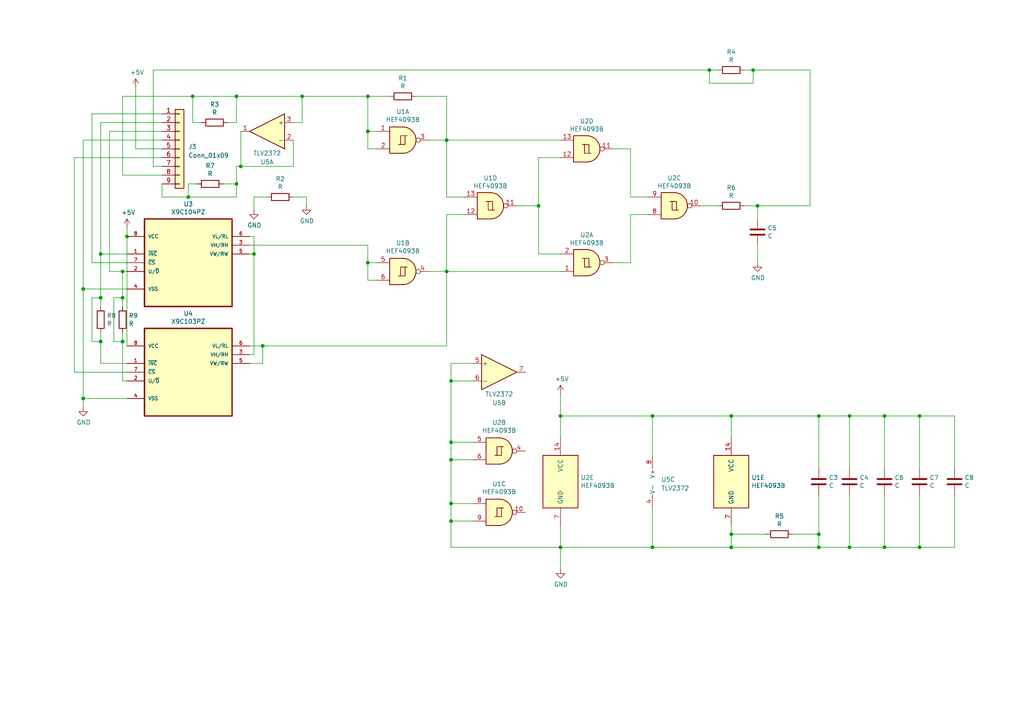
<source format=kicad_sch>
(kicad_sch (version 20230121) (generator eeschema)
  (paper "A4")
  (lib_symbols
    (symbol "4xxx:HEF4093B" (pin_names (offset 1.016))
      (property "Reference" "U" (at 0 1.27 0))
      (property "Value" "HEF4093B" (at 0 -1.27 0))
      (symbol "HEF4093B_1_0"
        (polyline (pts (xy -0.635 -1.27) (xy -0.635 1.27) (xy 0.635 1.27)))
        (polyline (pts (xy -0.635 -1.27) (xy -0.635 1.27) (xy 0.635 1.27)))
        (polyline (pts (xy -1.27 -1.27) (xy 0.635 -1.27) (xy 0.635 1.27) (xy 1.27 1.27)))
        (polyline (pts (xy -1.27 -1.27) (xy 0.635 -1.27) (xy 0.635 1.27) (xy 1.27 1.27)))
      )
      (symbol "HEF4093B_1_1"
        (arc (start 0 -3.81) (mid 3.7934 0) (end 0 3.81) (stroke (width 0.254)) (fill (type background)))
        (polyline (pts (xy 0 3.81) (xy -3.81 3.81) (xy -3.81 -3.81) (xy 0 -3.81)) (stroke (width 0.254)) (fill (type background)))
        (pin input line (at -7.62 2.54 0) (length 3.81) (name "~") (number "1"))
        (pin input line (at -7.62 -2.54 0) (length 3.81) (name "~") (number "2"))
        (pin output inverted (at 7.62 0 180) (length 3.81) (name "~") (number "3"))
      )
      (symbol "HEF4093B_1_2"
        (arc (start -3.81 -3.81) (mid -2.589 0) (end -3.81 3.81) (stroke (width 0.254)))
        (arc (start -0.6096 -3.81) (mid 2.1842 -2.5851) (end 3.81 0) (stroke (width 0.254)) (fill (type background)))
        (polyline (pts (xy -3.81 -3.81) (xy -0.635 -3.81)) (stroke (width 0.254)) (fill (type background)))
        (polyline (pts (xy -3.81 3.81) (xy -0.635 3.81)) (stroke (width 0.254)) (fill (type background)))
        (polyline (pts (xy -0.635 3.81) (xy -3.81 3.81) (xy -3.81 3.81) (xy -3.556 3.4036) (xy -3.0226 2.2606) (xy -2.6924 1.0414) (xy -2.6162 -0.254) (xy -2.7686 -1.4986) (xy -3.175 -2.7178) (xy -3.81 -3.81) (xy -3.81 -3.81) (xy -0.635 -3.81)) (stroke (width -25.4)) (fill (type background)))
        (arc (start 3.81 0) (mid 2.1915 2.5936) (end -0.6096 3.81) (stroke (width 0.254)) (fill (type background)))
        (pin input inverted (at -7.62 2.54 0) (length 4.318) (name "~") (number "1"))
        (pin input inverted (at -7.62 -2.54 0) (length 4.318) (name "~") (number "2"))
        (pin output line (at 7.62 0 180) (length 3.81) (name "~") (number "3"))
      )
      (symbol "HEF4093B_2_0"
        (polyline (pts (xy -0.635 -1.27) (xy -0.635 1.27) (xy 0.635 1.27)))
        (polyline (pts (xy -0.635 -1.27) (xy -0.635 1.27) (xy 0.635 1.27)))
        (polyline (pts (xy -1.27 -1.27) (xy 0.635 -1.27) (xy 0.635 1.27) (xy 1.27 1.27)))
        (polyline (pts (xy -1.27 -1.27) (xy 0.635 -1.27) (xy 0.635 1.27) (xy 1.27 1.27)))
      )
      (symbol "HEF4093B_2_1"
        (arc (start 0 -3.81) (mid 3.7934 0) (end 0 3.81) (stroke (width 0.254)) (fill (type background)))
        (polyline (pts (xy 0 3.81) (xy -3.81 3.81) (xy -3.81 -3.81) (xy 0 -3.81)) (stroke (width 0.254)) (fill (type background)))
        (pin output inverted (at 7.62 0 180) (length 3.81) (name "~") (number "4"))
        (pin input line (at -7.62 2.54 0) (length 3.81) (name "~") (number "5"))
        (pin input line (at -7.62 -2.54 0) (length 3.81) (name "~") (number "6"))
      )
      (symbol "HEF4093B_2_2"
        (arc (start -3.81 -3.81) (mid -2.589 0) (end -3.81 3.81) (stroke (width 0.254)))
        (arc (start -0.6096 -3.81) (mid 2.1842 -2.5851) (end 3.81 0) (stroke (width 0.254)) (fill (type background)))
        (polyline (pts (xy -3.81 -3.81) (xy -0.635 -3.81)) (stroke (width 0.254)) (fill (type background)))
        (polyline (pts (xy -3.81 3.81) (xy -0.635 3.81)) (stroke (width 0.254)) (fill (type background)))
        (polyline (pts (xy -0.635 3.81) (xy -3.81 3.81) (xy -3.81 3.81) (xy -3.556 3.4036) (xy -3.0226 2.2606) (xy -2.6924 1.0414) (xy -2.6162 -0.254) (xy -2.7686 -1.4986) (xy -3.175 -2.7178) (xy -3.81 -3.81) (xy -3.81 -3.81) (xy -0.635 -3.81)) (stroke (width -25.4)) (fill (type background)))
        (arc (start 3.81 0) (mid 2.1915 2.5936) (end -0.6096 3.81) (stroke (width 0.254)) (fill (type background)))
        (pin output line (at 7.62 0 180) (length 3.81) (name "~") (number "4"))
        (pin input inverted (at -7.62 2.54 0) (length 4.318) (name "~") (number "5"))
        (pin input inverted (at -7.62 -2.54 0) (length 4.318) (name "~") (number "6"))
      )
      (symbol "HEF4093B_3_0"
        (polyline (pts (xy -0.635 -1.27) (xy -0.635 1.27) (xy 0.635 1.27)))
        (polyline (pts (xy -0.635 -1.27) (xy -0.635 1.27) (xy 0.635 1.27)))
        (polyline (pts (xy -1.27 -1.27) (xy 0.635 -1.27) (xy 0.635 1.27) (xy 1.27 1.27)))
        (polyline (pts (xy -1.27 -1.27) (xy 0.635 -1.27) (xy 0.635 1.27) (xy 1.27 1.27)))
      )
      (symbol "HEF4093B_3_1"
        (arc (start 0 -3.81) (mid 3.7934 0) (end 0 3.81) (stroke (width 0.254)) (fill (type background)))
        (polyline (pts (xy 0 3.81) (xy -3.81 3.81) (xy -3.81 -3.81) (xy 0 -3.81)) (stroke (width 0.254)) (fill (type background)))
        (pin output inverted (at 7.62 0 180) (length 3.81) (name "~") (number "10"))
        (pin input line (at -7.62 2.54 0) (length 3.81) (name "~") (number "8"))
        (pin input line (at -7.62 -2.54 0) (length 3.81) (name "~") (number "9"))
      )
      (symbol "HEF4093B_3_2"
        (arc (start -3.81 -3.81) (mid -2.589 0) (end -3.81 3.81) (stroke (width 0.254)))
        (arc (start -0.6096 -3.81) (mid 2.1842 -2.5851) (end 3.81 0) (stroke (width 0.254)) (fill (type background)))
        (polyline (pts (xy -3.81 -3.81) (xy -0.635 -3.81)) (stroke (width 0.254)) (fill (type background)))
        (polyline (pts (xy -3.81 3.81) (xy -0.635 3.81)) (stroke (width 0.254)) (fill (type background)))
        (polyline (pts (xy -0.635 3.81) (xy -3.81 3.81) (xy -3.81 3.81) (xy -3.556 3.4036) (xy -3.0226 2.2606) (xy -2.6924 1.0414) (xy -2.6162 -0.254) (xy -2.7686 -1.4986) (xy -3.175 -2.7178) (xy -3.81 -3.81) (xy -3.81 -3.81) (xy -0.635 -3.81)) (stroke (width -25.4)) (fill (type background)))
        (arc (start 3.81 0) (mid 2.1915 2.5936) (end -0.6096 3.81) (stroke (width 0.254)) (fill (type background)))
        (pin output line (at 7.62 0 180) (length 3.81) (name "~") (number "10"))
        (pin input inverted (at -7.62 2.54 0) (length 4.318) (name "~") (number "8"))
        (pin input inverted (at -7.62 -2.54 0) (length 4.318) (name "~") (number "9"))
      )
      (symbol "HEF4093B_4_0"
        (polyline (pts (xy -0.635 -1.27) (xy -0.635 1.27) (xy 0.635 1.27)))
        (polyline (pts (xy -0.635 -1.27) (xy -0.635 1.27) (xy 0.635 1.27)))
        (polyline (pts (xy -1.27 -1.27) (xy 0.635 -1.27) (xy 0.635 1.27) (xy 1.27 1.27)))
        (polyline (pts (xy -1.27 -1.27) (xy 0.635 -1.27) (xy 0.635 1.27) (xy 1.27 1.27)))
      )
      (symbol "HEF4093B_4_1"
        (arc (start 0 -3.81) (mid 3.7934 0) (end 0 3.81) (stroke (width 0.254)) (fill (type background)))
        (polyline (pts (xy 0 3.81) (xy -3.81 3.81) (xy -3.81 -3.81) (xy 0 -3.81)) (stroke (width 0.254)) (fill (type background)))
        (pin output inverted (at 7.62 0 180) (length 3.81) (name "~") (number "11"))
        (pin input line (at -7.62 2.54 0) (length 3.81) (name "~") (number "12"))
        (pin input line (at -7.62 -2.54 0) (length 3.81) (name "~") (number "13"))
      )
      (symbol "HEF4093B_4_2"
        (arc (start -3.81 -3.81) (mid -2.589 0) (end -3.81 3.81) (stroke (width 0.254)))
        (arc (start -0.6096 -3.81) (mid 2.1842 -2.5851) (end 3.81 0) (stroke (width 0.254)) (fill (type background)))
        (polyline (pts (xy -3.81 -3.81) (xy -0.635 -3.81)) (stroke (width 0.254)) (fill (type background)))
        (polyline (pts (xy -3.81 3.81) (xy -0.635 3.81)) (stroke (width 0.254)) (fill (type background)))
        (polyline (pts (xy -0.635 3.81) (xy -3.81 3.81) (xy -3.81 3.81) (xy -3.556 3.4036) (xy -3.0226 2.2606) (xy -2.6924 1.0414) (xy -2.6162 -0.254) (xy -2.7686 -1.4986) (xy -3.175 -2.7178) (xy -3.81 -3.81) (xy -3.81 -3.81) (xy -0.635 -3.81)) (stroke (width -25.4)) (fill (type background)))
        (arc (start 3.81 0) (mid 2.1915 2.5936) (end -0.6096 3.81) (stroke (width 0.254)) (fill (type background)))
        (pin output line (at 7.62 0 180) (length 3.81) (name "~") (number "11"))
        (pin input inverted (at -7.62 2.54 0) (length 4.318) (name "~") (number "12"))
        (pin input inverted (at -7.62 -2.54 0) (length 4.318) (name "~") (number "13"))
      )
      (symbol "HEF4093B_5_0"
        (pin power_in line (at 0 12.7 270) (length 5.08) (name "VCC") (number "14"))
        (pin power_in line (at 0 -12.7 90) (length 5.08) (name "GND") (number "7"))
      )
      (symbol "HEF4093B_5_1"
        (rectangle (start -5.08 7.62) (end 5.08 -7.62) (stroke (width 0.254)) (fill (type background)))
      )
    )
    (symbol "Amplifier_Operational:TLV2372" (pin_names (offset 0.127))
      (property "Reference" "U" (at 0 5.08 0))
      (property "Value" "TLV2372" (at 0 -5.08 0))
      (symbol "TLV2372_1_1"
        (polyline (pts (xy -5.08 5.08) (xy 5.08 0) (xy -5.08 -5.08) (xy -5.08 5.08)) (stroke (width 0.254)) (fill (type background)))
        (pin output line (at 7.62 0 180) (length 2.54) (name "~") (number "1"))
        (pin input line (at -7.62 -2.54 0) (length 2.54) (name "-") (number "2"))
        (pin input line (at -7.62 2.54 0) (length 2.54) (name "+") (number "3"))
      )
      (symbol "TLV2372_2_1"
        (polyline (pts (xy -5.08 5.08) (xy 5.08 0) (xy -5.08 -5.08) (xy -5.08 5.08)) (stroke (width 0.254)) (fill (type background)))
        (pin input line (at -7.62 2.54 0) (length 2.54) (name "+") (number "5"))
        (pin input line (at -7.62 -2.54 0) (length 2.54) (name "-") (number "6"))
        (pin output line (at 7.62 0 180) (length 2.54) (name "~") (number "7"))
      )
      (symbol "TLV2372_3_1"
        (pin power_in line (at -2.54 -7.62 90) (length 3.81) (name "V-") (number "4"))
        (pin power_in line (at -2.54 7.62 270) (length 3.81) (name "V+") (number "8"))
      )
    )
    (symbol "Connector_Generic:Conn_01x09" (pin_names (offset 1.016) hide)
      (property "Reference" "J" (at 0 12.7 0))
      (property "Value" "Conn_01x09" (at 0 -12.7 0))
      (symbol "Conn_01x09_1_1"
        (rectangle (start -1.27 -10.033) (end 0 -10.287) (stroke (width 0.1524)))
        (rectangle (start -1.27 -7.493) (end 0 -7.747) (stroke (width 0.1524)))
        (rectangle (start -1.27 -4.953) (end 0 -5.207) (stroke (width 0.1524)))
        (rectangle (start -1.27 -2.413) (end 0 -2.667) (stroke (width 0.1524)))
        (rectangle (start -1.27 0.127) (end 0 -0.127) (stroke (width 0.1524)))
        (rectangle (start -1.27 2.667) (end 0 2.413) (stroke (width 0.1524)))
        (rectangle (start -1.27 5.207) (end 0 4.953) (stroke (width 0.1524)))
        (rectangle (start -1.27 7.747) (end 0 7.493) (stroke (width 0.1524)))
        (rectangle (start -1.27 10.287) (end 0 10.033) (stroke (width 0.1524)))
        (rectangle (start -1.27 11.43) (end 1.27 -11.43) (stroke (width 0.254)) (fill (type background)))
        (pin passive line (at -5.08 10.16 0) (length 3.81) (name "Pin_1") (number "1"))
        (pin passive line (at -5.08 7.62 0) (length 3.81) (name "Pin_2") (number "2"))
        (pin passive line (at -5.08 5.08 0) (length 3.81) (name "Pin_3") (number "3"))
        (pin passive line (at -5.08 2.54 0) (length 3.81) (name "Pin_4") (number "4"))
        (pin passive line (at -5.08 0 0) (length 3.81) (name "Pin_5") (number "5"))
        (pin passive line (at -5.08 -2.54 0) (length 3.81) (name "Pin_6") (number "6"))
        (pin passive line (at -5.08 -5.08 0) (length 3.81) (name "Pin_7") (number "7"))
        (pin passive line (at -5.08 -7.62 0) (length 3.81) (name "Pin_8") (number "8"))
        (pin passive line (at -5.08 -10.16 0) (length 3.81) (name "Pin_9") (number "9"))
      )
    )
    (symbol "Device:C" (pin_numbers hide) (pin_names (offset 0.254))
      (property "Reference" "C" (at 0.635 2.54 0))
      (property "Value" "C" (at 0.635 -2.54 0))
      (symbol "C_0_1"
        (polyline (pts (xy -2.032 -0.762) (xy 2.032 -0.762)) (stroke (width 0.508)))
        (polyline (pts (xy -2.032 0.762) (xy 2.032 0.762)) (stroke (width 0.508)))
      )
      (symbol "C_1_1"
        (pin passive line (at 0 3.81 270) (length 2.794) (name "~") (number "1"))
        (pin passive line (at 0 -3.81 90) (length 2.794) (name "~") (number "2"))
      )
    )
    (symbol "Device:R" (pin_numbers hide) (pin_names (offset 0))
      (property "Reference" "R" (at 2.032 0 90))
      (property "Value" "R" (at 0 0 90))
      (symbol "R_0_1"
        (rectangle (start -1.016 -2.54) (end 1.016 2.54) (stroke (width 0.254)))
      )
      (symbol "R_1_1"
        (pin passive line (at 0 3.81 270) (length 1.27) (name "~") (number "1"))
        (pin passive line (at 0 -3.81 90) (length 1.27) (name "~") (number "2"))
      )
    )
    (symbol "Theremin_v1_2dp-rescue:X9C102PZ-X9C102PZ" (pin_names (offset 1.016))
      (property "Reference" "U" (at -6.0198 12.6238 0))
      (property "Value" "X9C102PZ_X9C102PZ" (at -2.794 -19.8882 0))
      (symbol "X9C102PZ-X9C102PZ_0_0"
        (rectangle (start -12.7 -15.24) (end 12.7 10.16) (stroke (width 0.4064)) (fill (type background)))
        (pin input line (at -17.78 0 0) (length 5.08) (name "~{INC}") (number "1"))
        (pin input line (at -17.78 -5.08 0) (length 5.08) (name "U/~{D}") (number "2"))
        (pin passive line (at 17.78 2.54 180) (length 5.08) (name "VH/RH") (number "3"))
        (pin passive line (at -17.78 -10.16 0) (length 5.08) (name "VSS") (number "4"))
        (pin passive line (at 17.78 0 180) (length 5.08) (name "VW/RW") (number "5"))
        (pin passive line (at 17.78 5.08 180) (length 5.08) (name "VL/RL") (number "6"))
        (pin input line (at -17.78 -2.54 0) (length 5.08) (name "~{CS}") (number "7"))
        (pin power_in line (at -17.78 5.08 0) (length 5.08) (name "VCC") (number "8"))
      )
    )
    (symbol "power:+5V" (power) (pin_names (offset 0))
      (property "Value" "+5V" (at 0 3.556 0))
      (symbol "+5V_0_1"
        (polyline (pts (xy -0.762 1.27) (xy 0 2.54)))
        (polyline (pts (xy 0 0) (xy 0 2.54)))
        (polyline (pts (xy 0 2.54) (xy 0.762 1.27)))
      )
      (symbol "+5V_1_1"
        (pin power_in line (at 0 0 90) (length 0) hide (name "+5V") (number "1"))
      )
    )
    (symbol "power:GND" (power) (pin_names (offset 0))
      (property "Value" "GND" (at 0 -3.81 0))
      (symbol "GND_0_1"
        (polyline (pts (xy 0 0) (xy 0 -1.27) (xy 1.27 -1.27) (xy 0 -2.54) (xy -1.27 -1.27) (xy 0 -1.27)))
      )
      (symbol "GND_1_1"
        (pin power_in line (at 0 0 270) (length 0) hide (name "GND") (number "1"))
      )
    )
  )
  (junction (at 106.68 38.1))
  (junction (at 237.49 120.65))
  (junction (at 29.21 73.66))
  (junction (at 237.49 158.75))
  (junction (at 29.21 86.36))
  (junction (at 55.88 27.94))
  (junction (at 24.13 115.57))
  (junction (at 54.61 57.15))
  (junction (at 246.38 158.75))
  (junction (at 29.21 99.06))
  (junction (at 35.56 78.74))
  (junction (at 130.81 151.13))
  (junction (at 219.71 59.69))
  (junction (at 162.56 158.75))
  (junction (at 36.83 68.58))
  (junction (at 266.7 120.65))
  (junction (at 87.63 27.94))
  (junction (at 106.68 76.2))
  (junction (at 129.54 78.74))
  (junction (at 246.38 120.65))
  (junction (at 68.58 53.34))
  (junction (at 35.56 86.36))
  (junction (at 162.56 120.65))
  (junction (at 205.74 20.32))
  (junction (at 76.2 100.33))
  (junction (at 212.09 154.94))
  (junction (at 156.21 59.69))
  (junction (at 189.23 120.65))
  (junction (at 130.81 133.35))
  (junction (at 35.56 99.06))
  (junction (at 129.54 40.64))
  (junction (at 256.54 120.65))
  (junction (at 212.09 120.65))
  (junction (at 218.44 20.32))
  (junction (at 106.68 27.94))
  (junction (at 256.54 158.75))
  (junction (at 266.7 158.75))
  (junction (at 130.81 110.49))
  (junction (at 237.49 154.94))
  (junction (at 130.81 146.05))
  (junction (at 212.09 158.75))
  (junction (at 69.85 48.26))
  (junction (at 189.23 158.75))
  (junction (at 130.81 128.27))
  (junction (at 73.66 73.66))
  (junction (at 24.13 83.82))
  (junction (at 68.58 27.94))
  (wire (pts (xy 29.21 35.56) (xy 29.21 73.66)))
  (wire (pts (xy 29.21 73.66) (xy 29.21 86.36)))
  (wire (pts (xy 36.83 73.66) (xy 29.21 73.66)))
  (wire (pts (xy 68.58 35.56) (xy 68.58 27.94)))
  (wire (pts (xy 256.54 135.89) (xy 256.54 120.65)))
  (wire (pts (xy 276.86 120.65) (xy 266.7 120.65)))
  (wire (pts (xy 237.49 143.51) (xy 237.49 154.94)))
  (wire (pts (xy 35.56 110.49) (xy 36.83 110.49)))
  (wire (pts (xy 106.68 81.28) (xy 106.68 76.2)))
  (wire (pts (xy 203.2 59.69) (xy 208.28 59.69)))
  (wire (pts (xy 182.88 76.2) (xy 182.88 62.23)))
  (wire (pts (xy 237.49 120.65) (xy 237.49 135.89)))
  (wire (pts (xy 129.54 27.94) (xy 129.54 40.64)))
  (wire (pts (xy 137.16 146.05) (xy 130.81 146.05)))
  (wire (pts (xy 85.09 35.56) (xy 87.63 35.56)))
  (wire (pts (xy 130.81 110.49) (xy 130.81 128.27)))
  (wire (pts (xy 85.09 48.26) (xy 85.09 40.64)))
  (wire (pts (xy 36.83 83.82) (xy 24.13 83.82)))
  (wire (pts (xy 276.86 143.51) (xy 276.86 158.75)))
  (wire (pts (xy 212.09 154.94) (xy 212.09 158.75)))
  (wire (pts (xy 246.38 158.75) (xy 237.49 158.75)))
  (wire (pts (xy 156.21 45.72) (xy 156.21 59.69)))
  (wire (pts (xy 57.15 53.34) (xy 54.61 53.34)))
  (wire (pts (xy 237.49 158.75) (xy 212.09 158.75)))
  (wire (pts (xy 130.81 151.13) (xy 130.81 146.05)))
  (wire (pts (xy 35.56 86.36) (xy 33.02 86.36)))
  (wire (pts (xy 162.56 45.72) (xy 156.21 45.72)))
  (wire (pts (xy 73.66 57.15) (xy 77.47 57.15)))
  (wire (pts (xy 246.38 135.89) (xy 246.38 120.65)))
  (wire (pts (xy 46.99 45.72) (xy 21.59 45.72)))
  (wire (pts (xy 54.61 53.34) (xy 54.61 57.15)))
  (wire (pts (xy 162.56 40.64) (xy 129.54 40.64)))
  (wire (pts (xy 106.68 71.12) (xy 106.68 76.2)))
  (wire (pts (xy 182.88 43.18) (xy 182.88 57.15)))
  (wire (pts (xy 29.21 86.36) (xy 26.67 86.36)))
  (wire (pts (xy 109.22 76.2) (xy 106.68 76.2)))
  (wire (pts (xy 68.58 27.94) (xy 87.63 27.94)))
  (wire (pts (xy 29.21 96.52) (xy 29.21 99.06)))
  (wire (pts (xy 109.22 43.18) (xy 106.68 43.18)))
  (wire (pts (xy 276.86 158.75) (xy 266.7 158.75)))
  (wire (pts (xy 29.21 99.06) (xy 29.21 105.41)))
  (wire (pts (xy 35.56 27.94) (xy 55.88 27.94)))
  (wire (pts (xy 35.56 78.74) (xy 35.56 86.36)))
  (wire (pts (xy 212.09 120.65) (xy 189.23 120.65)))
  (wire (pts (xy 205.74 24.13) (xy 218.44 24.13)))
  (wire (pts (xy 162.56 152.4) (xy 162.56 158.75)))
  (wire (pts (xy 35.56 86.36) (xy 35.56 88.9)))
  (wire (pts (xy 26.67 99.06) (xy 29.21 99.06)))
  (wire (pts (xy 256.54 143.51) (xy 256.54 158.75)))
  (wire (pts (xy 58.42 35.56) (xy 55.88 35.56)))
  (wire (pts (xy 266.7 135.89) (xy 266.7 120.65)))
  (wire (pts (xy 72.39 71.12) (xy 106.68 71.12)))
  (wire (pts (xy 162.56 78.74) (xy 129.54 78.74)))
  (wire (pts (xy 46.99 33.02) (xy 26.67 33.02)))
  (wire (pts (xy 55.88 27.94) (xy 68.58 27.94)))
  (wire (pts (xy 234.95 59.69) (xy 219.71 59.69)))
  (wire (pts (xy 266.7 120.65) (xy 256.54 120.65)))
  (wire (pts (xy 46.99 43.18) (xy 39.37 43.18)))
  (wire (pts (xy 229.87 154.94) (xy 237.49 154.94)))
  (wire (pts (xy 72.39 100.33) (xy 76.2 100.33)))
  (wire (pts (xy 129.54 100.33) (xy 129.54 78.74)))
  (wire (pts (xy 36.83 115.57) (xy 24.13 115.57)))
  (wire (pts (xy 189.23 147.32) (xy 189.23 158.75)))
  (wire (pts (xy 68.58 48.26) (xy 69.85 48.26)))
  (wire (pts (xy 205.74 20.32) (xy 205.74 24.13)))
  (wire (pts (xy 72.39 68.58) (xy 73.66 68.58)))
  (wire (pts (xy 106.68 27.94) (xy 113.03 27.94)))
  (wire (pts (xy 31.75 78.74) (xy 35.56 78.74)))
  (wire (pts (xy 55.88 35.56) (xy 55.88 27.94)))
  (wire (pts (xy 182.88 62.23) (xy 187.96 62.23)))
  (wire (pts (xy 68.58 53.34) (xy 68.58 57.15)))
  (wire (pts (xy 76.2 100.33) (xy 76.2 105.41)))
  (wire (pts (xy 212.09 152.4) (xy 212.09 154.94)))
  (wire (pts (xy 46.99 35.56) (xy 29.21 35.56)))
  (wire (pts (xy 44.45 48.26) (xy 46.99 48.26)))
  (wire (pts (xy 129.54 57.15) (xy 134.62 57.15)))
  (wire (pts (xy 69.85 38.1) (xy 69.85 48.26)))
  (wire (pts (xy 39.37 25.4) (xy 39.37 43.18)))
  (wire (pts (xy 129.54 62.23) (xy 129.54 78.74)))
  (wire (pts (xy 76.2 100.33) (xy 129.54 100.33)))
  (wire (pts (xy 215.9 20.32) (xy 218.44 20.32)))
  (wire (pts (xy 21.59 107.95) (xy 36.83 107.95)))
  (wire (pts (xy 156.21 59.69) (xy 156.21 73.66)))
  (wire (pts (xy 234.95 59.69) (xy 234.95 20.32)))
  (wire (pts (xy 149.86 59.69) (xy 156.21 59.69)))
  (wire (pts (xy 246.38 120.65) (xy 237.49 120.65)))
  (wire (pts (xy 44.45 20.32) (xy 44.45 48.26)))
  (wire (pts (xy 130.81 110.49) (xy 137.16 110.49)))
  (wire (pts (xy 129.54 40.64) (xy 129.54 57.15)))
  (wire (pts (xy 137.16 151.13) (xy 130.81 151.13)))
  (wire (pts (xy 182.88 57.15) (xy 187.96 57.15)))
  (wire (pts (xy 26.67 86.36) (xy 26.67 99.06)))
  (wire (pts (xy 46.99 40.64) (xy 24.13 40.64)))
  (wire (pts (xy 222.25 154.94) (xy 212.09 154.94)))
  (wire (pts (xy 218.44 20.32) (xy 234.95 20.32)))
  (wire (pts (xy 130.81 158.75) (xy 130.81 151.13)))
  (wire (pts (xy 24.13 115.57) (xy 24.13 118.11)))
  (wire (pts (xy 215.9 59.69) (xy 219.71 59.69)))
  (wire (pts (xy 73.66 73.66) (xy 73.66 68.58)))
  (wire (pts (xy 73.66 60.96) (xy 73.66 57.15)))
  (wire (pts (xy 72.39 102.87) (xy 73.66 102.87)))
  (wire (pts (xy 106.68 43.18) (xy 106.68 38.1)))
  (wire (pts (xy 73.66 73.66) (xy 73.66 102.87)))
  (wire (pts (xy 130.81 105.41) (xy 130.81 110.49)))
  (wire (pts (xy 66.04 35.56) (xy 68.58 35.56)))
  (wire (pts (xy 36.83 76.2) (xy 26.67 76.2)))
  (wire (pts (xy 35.56 96.52) (xy 35.56 99.06)))
  (wire (pts (xy 76.2 105.41) (xy 72.39 105.41)))
  (wire (pts (xy 88.9 57.15) (xy 88.9 59.69)))
  (wire (pts (xy 109.22 81.28) (xy 106.68 81.28)))
  (wire (pts (xy 212.09 158.75) (xy 189.23 158.75)))
  (wire (pts (xy 68.58 57.15) (xy 54.61 57.15)))
  (wire (pts (xy 276.86 135.89) (xy 276.86 120.65)))
  (wire (pts (xy 36.83 68.58) (xy 36.83 100.33)))
  (wire (pts (xy 218.44 24.13) (xy 218.44 20.32)))
  (wire (pts (xy 256.54 120.65) (xy 246.38 120.65)))
  (wire (pts (xy 36.83 105.41) (xy 29.21 105.41)))
  (wire (pts (xy 137.16 105.41) (xy 130.81 105.41)))
  (wire (pts (xy 130.81 146.05) (xy 130.81 133.35)))
  (wire (pts (xy 35.56 50.8) (xy 46.99 50.8)))
  (wire (pts (xy 85.09 57.15) (xy 88.9 57.15)))
  (wire (pts (xy 266.7 143.51) (xy 266.7 158.75)))
  (wire (pts (xy 219.71 63.5) (xy 219.71 59.69)))
  (wire (pts (xy 130.81 128.27) (xy 137.16 128.27)))
  (wire (pts (xy 35.56 78.74) (xy 36.83 78.74)))
  (wire (pts (xy 54.61 57.15) (xy 46.99 57.15)))
  (wire (pts (xy 177.8 76.2) (xy 182.88 76.2)))
  (wire (pts (xy 137.16 133.35) (xy 130.81 133.35)))
  (wire (pts (xy 237.49 154.94) (xy 237.49 158.75)))
  (wire (pts (xy 177.8 43.18) (xy 182.88 43.18)))
  (wire (pts (xy 35.56 27.94) (xy 35.56 50.8)))
  (wire (pts (xy 189.23 158.75) (xy 162.56 158.75)))
  (wire (pts (xy 36.83 68.58) (xy 36.83 66.04)))
  (wire (pts (xy 24.13 83.82) (xy 24.13 115.57)))
  (wire (pts (xy 26.67 33.02) (xy 26.67 76.2)))
  (wire (pts (xy 46.99 38.1) (xy 31.75 38.1)))
  (wire (pts (xy 162.56 127) (xy 162.56 120.65)))
  (wire (pts (xy 129.54 62.23) (xy 134.62 62.23)))
  (wire (pts (xy 189.23 120.65) (xy 162.56 120.65)))
  (wire (pts (xy 46.99 57.15) (xy 46.99 53.34)))
  (wire (pts (xy 256.54 158.75) (xy 246.38 158.75)))
  (wire (pts (xy 109.22 38.1) (xy 106.68 38.1)))
  (wire (pts (xy 130.81 133.35) (xy 130.81 128.27)))
  (wire (pts (xy 21.59 45.72) (xy 21.59 107.95)))
  (wire (pts (xy 237.49 120.65) (xy 212.09 120.65)))
  (wire (pts (xy 205.74 20.32) (xy 208.28 20.32)))
  (wire (pts (xy 64.77 53.34) (xy 68.58 53.34)))
  (wire (pts (xy 162.56 120.65) (xy 162.56 114.3)))
  (wire (pts (xy 212.09 120.65) (xy 212.09 127)))
  (wire (pts (xy 266.7 158.75) (xy 256.54 158.75)))
  (wire (pts (xy 106.68 38.1) (xy 106.68 27.94)))
  (wire (pts (xy 120.65 27.94) (xy 129.54 27.94)))
  (wire (pts (xy 68.58 48.26) (xy 68.58 53.34)))
  (wire (pts (xy 72.39 73.66) (xy 73.66 73.66)))
  (wire (pts (xy 33.02 99.06) (xy 35.56 99.06)))
  (wire (pts (xy 162.56 158.75) (xy 162.56 165.1)))
  (wire (pts (xy 29.21 86.36) (xy 29.21 88.9)))
  (wire (pts (xy 87.63 27.94) (xy 106.68 27.94)))
  (wire (pts (xy 33.02 86.36) (xy 33.02 99.06)))
  (wire (pts (xy 87.63 27.94) (xy 87.63 35.56)))
  (wire (pts (xy 35.56 99.06) (xy 35.56 110.49)))
  (wire (pts (xy 124.46 40.64) (xy 129.54 40.64)))
  (wire (pts (xy 69.85 48.26) (xy 85.09 48.26)))
  (wire (pts (xy 156.21 73.66) (xy 162.56 73.66)))
  (wire (pts (xy 31.75 38.1) (xy 31.75 78.74)))
  (wire (pts (xy 246.38 143.51) (xy 246.38 158.75)))
  (wire (pts (xy 124.46 78.74) (xy 129.54 78.74)))
  (wire (pts (xy 24.13 40.64) (xy 24.13 83.82)))
  (wire (pts (xy 189.23 120.65) (xy 189.23 132.08)))
  (wire (pts (xy 44.45 20.32) (xy 205.74 20.32)))
  (wire (pts (xy 162.56 158.75) (xy 130.81 158.75)))
  (wire (pts (xy 219.71 71.12) (xy 219.71 76.2)))
  (symbol (lib_id "4xxx:HEF4093B") (at 116.84 40.64 0) (unit 1)
    (property "Reference" "U1" (at 116.84 32.385 0))
    (property "Value" "HEF4093B" (at 116.84 34.6964 0))
    (property "Footprint" "Package_DIP:DIP-14_W7.62mm" (effects hide))
    (property "Datasheet" "https://assets.nexperia.com/documents/data-sheet/HEF4093B.pdf" (effects hide))
  )
  (symbol (lib_id "4xxx:HEF4093B") (at 116.84 78.74 0) (unit 2)
    (property "Reference" "U1" (at 116.84 70.485 0))
    (property "Value" "HEF4093B" (at 116.84 72.7964 0))
    (property "Footprint" "Package_DIP:DIP-14_W7.62mm" (effects hide))
    (property "Datasheet" "https://assets.nexperia.com/documents/data-sheet/HEF4093B.pdf" (effects hide))
  )
  (symbol (lib_id "4xxx:HEF4093B") (at 142.24 59.69 0) (mirror x) (unit 4)
    (property "Reference" "U1" (at 142.24 51.6382 0))
    (property "Value" "HEF4093B" (at 142.24 53.9496 0))
    (property "Footprint" "Package_DIP:DIP-14_W7.62mm" (effects hide))
    (property "Datasheet" "https://assets.nexperia.com/documents/data-sheet/HEF4093B.pdf" (effects hide))
  )
  (symbol (lib_id "4xxx:HEF4093B") (at 170.18 76.2 0) (mirror x) (unit 1)
    (property "Reference" "U2" (at 170.18 68.1482 0))
    (property "Value" "HEF4093B" (at 170.18 70.4596 0))
    (property "Footprint" "Package_DIP:DIP-14_W7.62mm" (effects hide))
    (property "Datasheet" "https://assets.nexperia.com/documents/data-sheet/HEF4093B.pdf" (effects hide))
  )
  (symbol (lib_id "4xxx:HEF4093B") (at 170.18 43.18 0) (mirror x) (unit 4)
    (property "Reference" "U2" (at 170.18 35.1282 0))
    (property "Value" "HEF4093B" (at 170.18 37.4396 0))
    (property "Footprint" "Package_DIP:DIP-14_W7.62mm" (effects hide))
    (property "Datasheet" "https://assets.nexperia.com/documents/data-sheet/HEF4093B.pdf" (effects hide))
  )
  (symbol (lib_id "4xxx:HEF4093B") (at 195.58 59.69 0) (mirror x) (unit 3)
    (property "Reference" "U2" (at 195.58 51.6382 0))
    (property "Value" "HEF4093B" (at 195.58 53.9496 0))
    (property "Footprint" "Package_DIP:DIP-14_W7.62mm" (effects hide))
    (property "Datasheet" "https://assets.nexperia.com/documents/data-sheet/HEF4093B.pdf" (effects hide))
  )
  (symbol (lib_id "Device:R") (at 116.84 27.94 270) (unit 1)
    (property "Reference" "R1" (at 116.84 22.6822 90))
    (property "Value" "R" (at 116.84 24.9936 90))
    (property "Footprint" "Resistor_THT:R_Axial_DIN0204_L3.6mm_D1.6mm_P7.62mm_Horizontal" (effects hide))
  )
  (symbol (lib_id "4xxx:HEF4093B") (at 162.56 139.7 0) (unit 5)
    (property "Reference" "U2" (at 168.402 138.5316 0) (effects (justify left)))
    (property "Value" "HEF4093B" (at 168.402 140.843 0) (effects (justify left)))
    (property "Footprint" "Package_DIP:DIP-14_W7.62mm" (effects hide))
    (property "Datasheet" "https://assets.nexperia.com/documents/data-sheet/HEF4093B.pdf" (effects hide))
  )
  (symbol (lib_id "4xxx:HEF4093B") (at 212.09 139.7 0) (unit 5)
    (property "Reference" "U1" (at 217.932 138.5316 0) (effects (justify left)))
    (property "Value" "HEF4093B" (at 217.932 140.843 0) (effects (justify left)))
    (property "Footprint" "Package_DIP:DIP-14_W7.62mm" (effects hide))
    (property "Datasheet" "https://assets.nexperia.com/documents/data-sheet/HEF4093B.pdf" (effects hide))
  )
  (symbol (lib_id "power:+5V") (at 162.56 114.3 0) (unit 1)
    (property "Reference" "#PWR03" (effects hide))
    (property "Value" "+5V" (at 162.941 109.9058 0))
  )
  (symbol (lib_id "Device:C") (at 237.49 139.7 0) (unit 1)
    (property "Reference" "C3" (at 240.411 138.5316 0) (effects (justify left)))
    (property "Value" "C" (at 240.411 140.843 0) (effects (justify left)))
    (property "Footprint" "Capacitor_THT:C_Disc_D3.0mm_W1.6mm_P2.50mm" (effects hide))
  )
  (symbol (lib_id "Device:C") (at 246.38 139.7 0) (unit 1)
    (property "Reference" "C4" (at 249.301 138.5316 0) (effects (justify left)))
    (property "Value" "C" (at 249.301 140.843 0) (effects (justify left)))
    (property "Footprint" "Capacitor_THT:C_Disc_D3.0mm_W1.6mm_P2.50mm" (effects hide))
  )
  (symbol (lib_id "power:GND") (at 162.56 165.1 0) (unit 1)
    (property "Reference" "#PWR04" (effects hide))
    (property "Value" "GND" (at 162.687 169.4942 0))
  )
  (symbol (lib_id "4xxx:HEF4093B") (at 144.78 148.59 0) (unit 3)
    (property "Reference" "U1" (at 144.78 140.335 0))
    (property "Value" "HEF4093B" (at 144.78 142.6464 0))
    (property "Footprint" "Package_DIP:DIP-14_W7.62mm" (effects hide))
    (property "Datasheet" "https://assets.nexperia.com/documents/data-sheet/HEF4093B.pdf" (effects hide))
  )
  (symbol (lib_id "4xxx:HEF4093B") (at 144.78 130.81 0) (unit 2)
    (property "Reference" "U2" (at 144.78 122.555 0))
    (property "Value" "HEF4093B" (at 144.78 124.8664 0))
    (property "Footprint" "Package_DIP:DIP-14_W7.62mm" (effects hide))
    (property "Datasheet" "https://assets.nexperia.com/documents/data-sheet/HEF4093B.pdf" (effects hide))
  )
  (symbol (lib_id "Theremin_v1_2dp-rescue:X9C102PZ-X9C102PZ") (at 54.61 73.66 0) (unit 1)
    (property "Reference" "U3" (at 54.61 59.182 0))
    (property "Value" "X9C104PZ" (at 54.61 61.4934 0))
    (property "Footprint" "Package_DIP:DIP-8_W7.62mm" (effects hide))
    (property "MPN" "X9C102PZ" (effects hide))
    (property "OC_NEWARK" "79K8945" (effects hide))
    (property "OC_FARNELL" "1216104" (effects hide))
    (property "SUPPLIER" "INTERSIL" (effects hide))
    (property "PACKAGE" "PDIP-8" (effects hide))
  )
  (symbol (lib_id "power:+5V") (at 36.83 66.04 0) (unit 1)
    (property "Reference" "#PWR0101" (effects hide))
    (property "Value" "+5V" (at 37.211 61.6458 0))
  )
  (symbol (lib_id "power:GND") (at 24.13 118.11 0) (unit 1)
    (property "Reference" "#PWR0102" (effects hide))
    (property "Value" "GND" (at 24.257 122.5042 0))
  )
  (symbol (lib_id "Device:R") (at 81.28 57.15 270) (unit 1)
    (property "Reference" "R2" (at 81.28 51.8922 90))
    (property "Value" "R" (at 81.28 54.2036 90))
    (property "Footprint" "Resistor_THT:R_Axial_DIN0204_L3.6mm_D1.6mm_P5.08mm_Horizontal" (effects hide))
  )
  (symbol (lib_id "Device:R") (at 212.09 20.32 270) (unit 1)
    (property "Reference" "R4" (at 212.09 15.0622 90))
    (property "Value" "R" (at 212.09 17.3736 90))
    (property "Footprint" "Resistor_THT:R_Axial_DIN0204_L3.6mm_D1.6mm_P7.62mm_Horizontal" (effects hide))
  )
  (symbol (lib_id "Device:R") (at 226.06 154.94 270) (unit 1)
    (property "Reference" "R5" (at 226.06 149.6822 90))
    (property "Value" "R" (at 226.06 151.9936 90))
    (property "Footprint" "Resistor_THT:R_Axial_DIN0204_L3.6mm_D1.6mm_P7.62mm_Horizontal" (effects hide))
  )
  (symbol (lib_id "power:+5V") (at 39.37 25.4 0) (unit 1)
    (property "Reference" "#PWR05" (effects hide))
    (property "Value" "+5V" (at 39.751 21.0058 0))
  )
  (symbol (lib_id "Device:R") (at 212.09 59.69 270) (unit 1)
    (property "Reference" "R6" (at 212.09 54.4322 90))
    (property "Value" "R" (at 212.09 56.7436 90))
    (property "Footprint" "Resistor_THT:R_Axial_DIN0204_L3.6mm_D1.6mm_P7.62mm_Horizontal" (effects hide))
  )
  (symbol (lib_id "Device:C") (at 219.71 67.31 0) (unit 1)
    (property "Reference" "C5" (at 222.631 66.1416 0) (effects (justify left)))
    (property "Value" "C" (at 222.631 68.453 0) (effects (justify left)))
    (property "Footprint" "Capacitor_THT:C_Disc_D3.0mm_W1.6mm_P2.50mm" (effects hide))
  )
  (symbol (lib_id "power:GND") (at 219.71 76.2 0) (unit 1)
    (property "Reference" "#PWR07" (effects hide))
    (property "Value" "GND" (at 219.837 80.5942 0))
  )
  (symbol (lib_id "power:GND") (at 88.9 59.69 0) (unit 1)
    (property "Reference" "#PWR0103" (effects hide))
    (property "Value" "GND" (at 89.027 64.0842 0))
  )
  (symbol (lib_id "power:GND") (at 73.66 60.96 0) (unit 1)
    (property "Reference" "#PWR0104" (effects hide))
    (property "Value" "GND" (at 73.787 65.3542 0))
  )
  (symbol (lib_id "Theremin_v1_2dp-rescue:X9C102PZ-X9C102PZ") (at 54.61 105.41 0) (unit 1)
    (property "Reference" "U4" (at 54.61 90.932 0))
    (property "Value" "X9C103PZ" (at 54.61 93.2434 0))
    (property "Footprint" "Package_DIP:DIP-8_W7.62mm" (effects hide))
    (property "MPN" "X9C102PZ" (effects hide))
    (property "OC_NEWARK" "79K8945" (effects hide))
    (property "OC_FARNELL" "1216104" (effects hide))
    (property "SUPPLIER" "INTERSIL" (effects hide))
    (property "PACKAGE" "PDIP-8" (effects hide))
  )
  (symbol (lib_id "Device:C") (at 256.54 139.7 0) (unit 1)
    (property "Reference" "C6" (at 259.461 138.5316 0) (effects (justify left)))
    (property "Value" "C" (at 259.461 140.843 0) (effects (justify left)))
    (property "Footprint" "Capacitor_THT:C_Disc_D3.0mm_W1.6mm_P2.50mm" (effects hide))
  )
  (symbol (lib_id "Device:C") (at 266.7 139.7 0) (unit 1)
    (property "Reference" "C7" (at 269.621 138.5316 0) (effects (justify left)))
    (property "Value" "C" (at 269.621 140.843 0) (effects (justify left)))
    (property "Footprint" "Capacitor_THT:C_Disc_D3.0mm_W1.6mm_P2.50mm" (effects hide))
  )
  (symbol (lib_id "Device:R") (at 29.21 92.71 0) (unit 1)
    (property "Reference" "R8" (at 30.988 91.5416 0) (effects (justify left)))
    (property "Value" "R" (at 30.988 93.853 0) (effects (justify left)))
    (property "Footprint" "Resistor_THT:R_Axial_DIN0204_L3.6mm_D1.6mm_P7.62mm_Horizontal" (effects hide))
  )
  (symbol (lib_id "Device:R") (at 62.23 35.56 270) (unit 1)
    (property "Reference" "R3" (at 62.23 30.3022 90))
    (property "Value" "R" (at 62.23 32.6136 90))
    (property "Footprint" "Resistor_THT:R_Axial_DIN0204_L3.6mm_D1.6mm_P5.08mm_Horizontal" (effects hide))
  )
  (symbol (lib_id "Amplifier_Operational:TLV2372") (at 191.77 139.7 0) (unit 3)
    (property "Reference" "U5" (at 191.77 139.065 0) (effects (justify left)))
    (property "Value" "TLV2372" (at 191.77 141.605 0) (effects (justify left)))
    (property "Footprint" "Package_DIP:DIP-8_W7.62mm" (effects hide))
    (property "Datasheet" "http://www.ti.com/lit/ds/symlink/tlv2375.pdf" (effects hide))
  )
  (symbol (lib_id "Device:R") (at 60.96 53.34 270) (unit 1)
    (property "Reference" "R7" (at 60.96 48.0822 90))
    (property "Value" "R" (at 60.96 50.3936 90))
    (property "Footprint" "Resistor_THT:R_Axial_DIN0204_L3.6mm_D1.6mm_P5.08mm_Horizontal" (effects hide))
  )
  (symbol (lib_id "Device:R") (at 35.56 92.71 0) (unit 1)
    (property "Reference" "R9" (at 37.338 91.5416 0) (effects (justify left)))
    (property "Value" "R" (at 37.338 93.853 0) (effects (justify left)))
    (property "Footprint" "Resistor_THT:R_Axial_DIN0204_L3.6mm_D1.6mm_P7.62mm_Horizontal" (effects hide))
  )
  (symbol (lib_id "Amplifier_Operational:TLV2372") (at 144.78 107.95 0) (unit 2)
    (property "Reference" "U5" (at 144.78 116.84 0))
    (property "Value" "TLV2372" (at 144.78 114.3 0))
    (property "Footprint" "Package_DIP:DIP-8_W7.62mm" (effects hide))
    (property "Datasheet" "http://www.ti.com/lit/ds/symlink/tlv2375.pdf" (effects hide))
  )
  (symbol (lib_id "Amplifier_Operational:TLV2372") (at 77.47 38.1 0) (mirror y) (unit 1)
    (property "Reference" "U5" (at 77.47 46.99 0))
    (property "Value" "TLV2372" (at 77.47 44.45 0))
    (property "Footprint" "Package_DIP:DIP-8_W7.62mm" (effects hide))
    (property "Datasheet" "http://www.ti.com/lit/ds/symlink/tlv2375.pdf" (effects hide))
  )
  (symbol (lib_id "Device:C") (at 276.86 139.7 0) (unit 1)
    (property "Reference" "C8" (at 279.781 138.5316 0) (effects (justify left)))
    (property "Value" "C" (at 279.781 140.843 0) (effects (justify left)))
    (property "Footprint" "Capacitor_THT:C_Disc_D3.0mm_W1.6mm_P2.50mm" (effects hide))
  )
  (symbol (lib_id "Connector_Generic:Conn_01x09") (at 52.07 43.18 0) (unit 1)
    (property "Reference" "J3" (at 54.61 42.545 0) (effects (justify left)))
    (property "Value" "Conn_01x09" (at 54.61 45.085 0) (effects (justify left)))
    (property "Footprint" "Connector_PinHeader_2.54mm:PinHeader_1x09_P2.54mm_Horizontal" (effects hide))
  )
)
</source>
